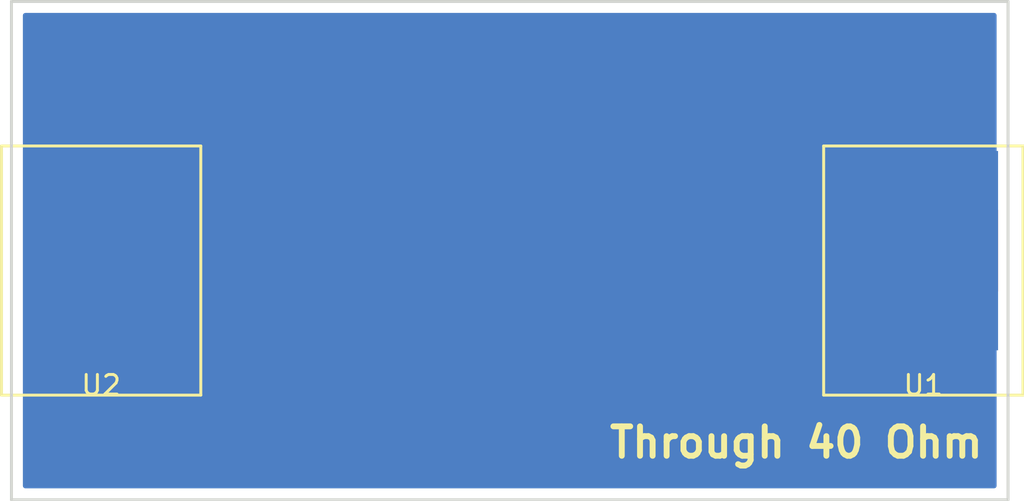
<source format=kicad_pcb>
(kicad_pcb (version 4) (host pcbnew 4.0.6)

  (general
    (links 2)
    (no_connects 0)
    (area 101.524999 76.124999 152.475001 101.675001)
    (thickness 1.6)
    (drawings 5)
    (tracks 1)
    (zones 0)
    (modules 2)
    (nets 3)
  )

  (page A4)
  (layers
    (0 F.Cu signal)
    (31 B.Cu signal)
    (32 B.Adhes user)
    (33 F.Adhes user)
    (34 B.Paste user)
    (35 F.Paste user)
    (36 B.SilkS user)
    (37 F.SilkS user)
    (38 B.Mask user)
    (39 F.Mask user)
    (40 Dwgs.User user)
    (41 Cmts.User user)
    (42 Eco1.User user)
    (43 Eco2.User user)
    (44 Edge.Cuts user)
    (45 Margin user)
    (46 B.CrtYd user)
    (47 F.CrtYd user)
    (48 B.Fab user)
    (49 F.Fab user)
  )

  (setup
    (last_trace_width 0.1524)
    (trace_clearance 0.1524)
    (zone_clearance 0.508)
    (zone_45_only no)
    (trace_min 0.1524)
    (segment_width 0.2)
    (edge_width 0.15)
    (via_size 0.6858)
    (via_drill 0.3302)
    (via_min_size 0.6858)
    (via_min_drill 0.3302)
    (uvia_size 0.762)
    (uvia_drill 0.508)
    (uvias_allowed no)
    (uvia_min_size 0)
    (uvia_min_drill 0)
    (pcb_text_width 0.3)
    (pcb_text_size 1.5 1.5)
    (mod_edge_width 0.15)
    (mod_text_size 1 1)
    (mod_text_width 0.15)
    (pad_size 7.62 4.1656)
    (pad_drill 0)
    (pad_to_mask_clearance 0.2)
    (aux_axis_origin 0 0)
    (visible_elements 7FFFFFFF)
    (pcbplotparams
      (layerselection 0x010c0_80000001)
      (usegerberextensions true)
      (excludeedgelayer true)
      (linewidth 0.100000)
      (plotframeref false)
      (viasonmask false)
      (mode 1)
      (useauxorigin false)
      (hpglpennumber 1)
      (hpglpenspeed 20)
      (hpglpendiameter 15)
      (hpglpenoverlay 2)
      (psnegative false)
      (psa4output false)
      (plotreference true)
      (plotvalue true)
      (plotinvisibletext false)
      (padsonsilk false)
      (subtractmaskfromsilk false)
      (outputformat 1)
      (mirror false)
      (drillshape 0)
      (scaleselection 1)
      (outputdirectory "../../gerbers/Through 40/"))
  )

  (net 0 "")
  (net 1 "Net-(U1-Pad1)")
  (net 2 GND)

  (net_class Default "This is the default net class."
    (clearance 0.1524)
    (trace_width 0.1524)
    (via_dia 0.6858)
    (via_drill 0.3302)
    (uvia_dia 0.762)
    (uvia_drill 0.508)
    (add_net GND)
    (add_net "Net-(U1-Pad1)")
  )

  (module Lib_fp:rfcoax (layer F.Cu) (tedit 59DAA04E) (tstamp 5A501B89)
    (at 149.352 91.186)
    (path /59C593A0)
    (fp_text reference U1 (at -1.27 4.572) (layer F.SilkS)
      (effects (font (size 1 1) (thickness 0.15)))
    )
    (fp_text value coax (at -1.27 3.556) (layer F.Fab)
      (effects (font (size 1 1) (thickness 0.15)))
    )
    (fp_line (start -6.35 5.08) (end -6.35 -7.62) (layer F.SilkS) (width 0.15))
    (fp_line (start 3.81 5.08) (end -6.35 5.08) (layer F.SilkS) (width 0.15))
    (fp_line (start 3.81 -7.62) (end 3.81 5.08) (layer F.SilkS) (width 0.15))
    (fp_line (start -6.35 -7.62) (end 3.81 -7.62) (layer F.SilkS) (width 0.15))
    (pad 1 smd rect (at -1.27 -2.286) (size 7.62 4.1656) (layers F.Cu F.Paste F.Mask)
      (net 1 "Net-(U1-Pad1)"))
    (pad 2 smd rect (at -1.27 -2.286) (size 7.62 10.16) (layers B.Cu B.Paste B.Mask)
      (net 2 GND))
  )

  (module Lib_fp:rfcoax (layer F.Cu) (tedit 59DAA04E) (tstamp 5A501B8E)
    (at 107.442 91.186)
    (path /59C592F2)
    (fp_text reference U2 (at -1.27 4.572) (layer F.SilkS)
      (effects (font (size 1 1) (thickness 0.15)))
    )
    (fp_text value coax (at -1.27 3.556) (layer F.Fab)
      (effects (font (size 1 1) (thickness 0.15)))
    )
    (fp_line (start -6.35 5.08) (end -6.35 -7.62) (layer F.SilkS) (width 0.15))
    (fp_line (start 3.81 5.08) (end -6.35 5.08) (layer F.SilkS) (width 0.15))
    (fp_line (start 3.81 -7.62) (end 3.81 5.08) (layer F.SilkS) (width 0.15))
    (fp_line (start -6.35 -7.62) (end 3.81 -7.62) (layer F.SilkS) (width 0.15))
    (pad 1 smd rect (at -1.27 -2.286) (size 7.62 4.1656) (layers F.Cu F.Paste F.Mask)
      (net 1 "Net-(U1-Pad1)"))
    (pad 2 smd rect (at -1.27 -2.286) (size 7.62 10.16) (layers B.Cu B.Paste B.Mask)
      (net 2 GND))
  )

  (gr_text "Through 40 Ohm\n" (at 141.605 98.679) (layer F.SilkS)
    (effects (font (size 1.5 1.5) (thickness 0.3)))
  )
  (gr_line (start 101.6 101.6) (end 101.6 76.2) (layer Edge.Cuts) (width 0.15))
  (gr_line (start 152.4 101.6) (end 101.6 101.6) (layer Edge.Cuts) (width 0.15))
  (gr_line (start 152.4 76.2) (end 152.4 101.6) (layer Edge.Cuts) (width 0.15))
  (gr_line (start 101.6 76.2) (end 152.4 76.2) (layer Edge.Cuts) (width 0.15))

  (segment (start 105.41 88.9) (end 149.1996 88.9) (width 4.1656) (layer F.Cu) (net 1))

  (zone (net 2) (net_name GND) (layer B.Cu) (tstamp 0) (hatch edge 0.508)
    (connect_pads yes (clearance 0.508))
    (min_thickness 0.254)
    (fill yes (arc_segments 16) (thermal_gap 0.508) (thermal_bridge_width 0.508))
    (polygon
      (pts
        (xy 101.6 76.2) (xy 152.4 76.2) (xy 152.4 101.6) (xy 101.6 101.6)
      )
    )
    (filled_polygon
      (pts
        (xy 151.69 100.89) (xy 102.31 100.89) (xy 102.31 76.91) (xy 151.69 76.91)
      )
    )
  )
)

</source>
